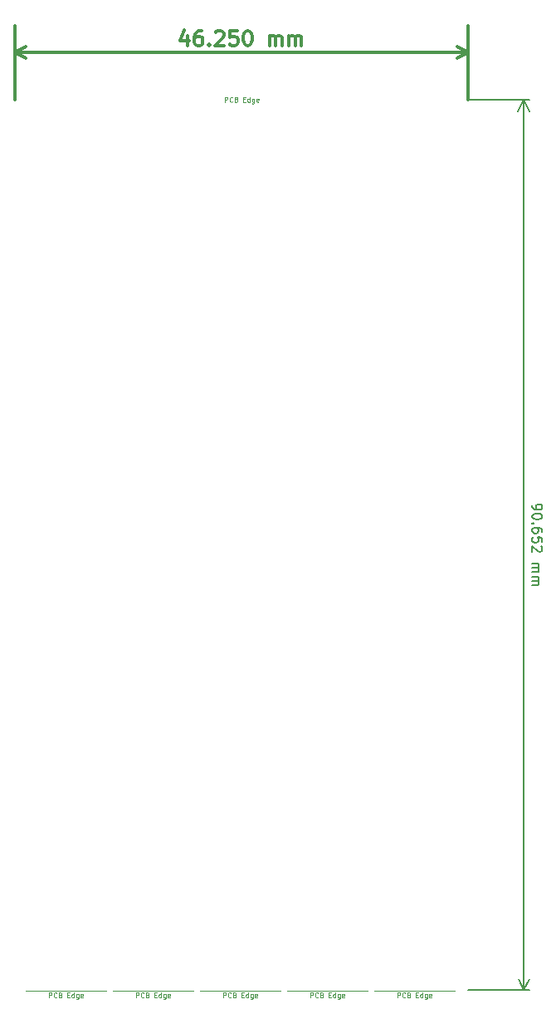
<source format=gbr>
%TF.GenerationSoftware,KiCad,Pcbnew,5.1.8*%
%TF.CreationDate,2020-12-04T12:35:24+08:00*%
%TF.ProjectId,msisdr,6d736973-6472-42e6-9b69-6361645f7063,rev?*%
%TF.SameCoordinates,Original*%
%TF.FileFunction,OtherDrawing,Comment*%
%FSLAX46Y46*%
G04 Gerber Fmt 4.6, Leading zero omitted, Abs format (unit mm)*
G04 Created by KiCad (PCBNEW 5.1.8) date 2020-12-04 12:35:24*
%MOMM*%
%LPD*%
G01*
G04 APERTURE LIST*
%ADD10C,0.150000*%
%ADD11C,0.300000*%
%ADD12C,0.100000*%
%ADD13C,0.080000*%
G04 APERTURE END LIST*
D10*
X165954284Y-84757423D02*
X165954317Y-84947899D01*
X166001952Y-85043129D01*
X166049579Y-85090740D01*
X166192453Y-85185954D01*
X166382937Y-85233540D01*
X166763889Y-85233475D01*
X166859119Y-85185840D01*
X166906730Y-85138213D01*
X166954333Y-85042966D01*
X166954301Y-84852490D01*
X166906665Y-84757260D01*
X166859038Y-84709649D01*
X166763792Y-84662046D01*
X166525697Y-84662087D01*
X166430467Y-84709722D01*
X166382856Y-84757350D01*
X166335253Y-84852596D01*
X166335286Y-85043072D01*
X166382921Y-85138302D01*
X166430548Y-85185913D01*
X166525794Y-85233516D01*
X166954471Y-85852490D02*
X166954488Y-85947728D01*
X166906885Y-86042974D01*
X166859274Y-86090602D01*
X166764044Y-86138237D01*
X166573576Y-86185888D01*
X166335481Y-86185929D01*
X166144996Y-86138343D01*
X166049750Y-86090740D01*
X166002123Y-86043129D01*
X165954488Y-85947899D01*
X165954471Y-85852661D01*
X166002074Y-85757415D01*
X166049685Y-85709787D01*
X166144915Y-85662152D01*
X166335383Y-85614501D01*
X166573478Y-85614460D01*
X166763963Y-85662046D01*
X166859209Y-85709649D01*
X166906836Y-85757260D01*
X166954471Y-85852490D01*
X166049840Y-86614549D02*
X166002229Y-86662177D01*
X165954602Y-86614566D01*
X166002212Y-86566938D01*
X166049840Y-86614549D01*
X165954602Y-86614566D01*
X166954756Y-87519157D02*
X166954723Y-87328681D01*
X166907088Y-87233451D01*
X166859461Y-87185840D01*
X166716588Y-87090626D01*
X166526103Y-87043039D01*
X166145151Y-87043104D01*
X166049921Y-87090740D01*
X166002310Y-87138367D01*
X165954707Y-87233613D01*
X165954740Y-87424089D01*
X166002375Y-87519319D01*
X166050002Y-87566930D01*
X166145248Y-87614533D01*
X166383344Y-87614492D01*
X166478574Y-87566857D01*
X166526185Y-87519230D01*
X166573787Y-87423984D01*
X166573755Y-87233507D01*
X166526120Y-87138278D01*
X166478492Y-87090667D01*
X166383246Y-87043064D01*
X166954927Y-88519157D02*
X166954845Y-88042966D01*
X166478647Y-87995429D01*
X166526274Y-88043039D01*
X166573909Y-88138269D01*
X166573950Y-88376365D01*
X166526347Y-88471611D01*
X166478736Y-88519238D01*
X166383506Y-88566873D01*
X166145411Y-88566914D01*
X166050165Y-88519311D01*
X166002538Y-88471700D01*
X165954902Y-88376470D01*
X165954862Y-88138375D01*
X166002464Y-88043129D01*
X166050075Y-87995502D01*
X166859762Y-88947744D02*
X166907389Y-88995355D01*
X166955024Y-89090585D01*
X166955065Y-89328681D01*
X166907462Y-89423927D01*
X166859851Y-89471554D01*
X166764621Y-89519189D01*
X166669383Y-89519205D01*
X166526518Y-89471611D01*
X165954992Y-88900280D01*
X165955098Y-89519327D01*
X165955301Y-90709804D02*
X166621967Y-90709690D01*
X166526729Y-90709706D02*
X166574357Y-90757317D01*
X166621992Y-90852547D01*
X166622016Y-90995404D01*
X166574413Y-91090650D01*
X166479184Y-91138286D01*
X165955374Y-91138375D01*
X166479184Y-91138286D02*
X166574430Y-91185888D01*
X166622065Y-91281118D01*
X166622089Y-91423975D01*
X166574487Y-91519222D01*
X166479257Y-91566857D01*
X165955447Y-91566946D01*
X165955528Y-92043137D02*
X166622195Y-92043023D01*
X166526957Y-92043039D02*
X166574584Y-92090650D01*
X166622220Y-92185880D01*
X166622244Y-92328737D01*
X166574641Y-92423984D01*
X166479411Y-92471619D01*
X165955602Y-92471708D01*
X166479411Y-92471619D02*
X166574657Y-92519222D01*
X166622293Y-92614452D01*
X166622317Y-92757309D01*
X166574714Y-92852555D01*
X166479484Y-92900190D01*
X165955675Y-92900280D01*
X165115097Y-134131347D02*
X165099617Y-43479027D01*
X159415480Y-134132320D02*
X165701518Y-134131247D01*
X159400000Y-43480000D02*
X165686038Y-43478927D01*
X165099617Y-43479027D02*
X165686230Y-44605431D01*
X165099617Y-43479027D02*
X164513389Y-44605631D01*
X165115097Y-134131347D02*
X165701325Y-133004743D01*
X165115097Y-134131347D02*
X164528484Y-133004943D01*
D11*
X130775000Y-36928571D02*
X130775000Y-37928571D01*
X130417857Y-36357142D02*
X130060714Y-37428571D01*
X130989285Y-37428571D01*
X132203571Y-36428571D02*
X131917857Y-36428571D01*
X131775000Y-36500000D01*
X131703571Y-36571428D01*
X131560714Y-36785714D01*
X131489285Y-37071428D01*
X131489285Y-37642857D01*
X131560714Y-37785714D01*
X131632142Y-37857142D01*
X131775000Y-37928571D01*
X132060714Y-37928571D01*
X132203571Y-37857142D01*
X132275000Y-37785714D01*
X132346428Y-37642857D01*
X132346428Y-37285714D01*
X132275000Y-37142857D01*
X132203571Y-37071428D01*
X132060714Y-37000000D01*
X131775000Y-37000000D01*
X131632142Y-37071428D01*
X131560714Y-37142857D01*
X131489285Y-37285714D01*
X132989285Y-37785714D02*
X133060714Y-37857142D01*
X132989285Y-37928571D01*
X132917857Y-37857142D01*
X132989285Y-37785714D01*
X132989285Y-37928571D01*
X133632142Y-36571428D02*
X133703571Y-36500000D01*
X133846428Y-36428571D01*
X134203571Y-36428571D01*
X134346428Y-36500000D01*
X134417857Y-36571428D01*
X134489285Y-36714285D01*
X134489285Y-36857142D01*
X134417857Y-37071428D01*
X133560714Y-37928571D01*
X134489285Y-37928571D01*
X135846428Y-36428571D02*
X135132142Y-36428571D01*
X135060714Y-37142857D01*
X135132142Y-37071428D01*
X135275000Y-37000000D01*
X135632142Y-37000000D01*
X135775000Y-37071428D01*
X135846428Y-37142857D01*
X135917857Y-37285714D01*
X135917857Y-37642857D01*
X135846428Y-37785714D01*
X135775000Y-37857142D01*
X135632142Y-37928571D01*
X135275000Y-37928571D01*
X135132142Y-37857142D01*
X135060714Y-37785714D01*
X136846428Y-36428571D02*
X136989285Y-36428571D01*
X137132142Y-36500000D01*
X137203571Y-36571428D01*
X137275000Y-36714285D01*
X137346428Y-37000000D01*
X137346428Y-37357142D01*
X137275000Y-37642857D01*
X137203571Y-37785714D01*
X137132142Y-37857142D01*
X136989285Y-37928571D01*
X136846428Y-37928571D01*
X136703571Y-37857142D01*
X136632142Y-37785714D01*
X136560714Y-37642857D01*
X136489285Y-37357142D01*
X136489285Y-37000000D01*
X136560714Y-36714285D01*
X136632142Y-36571428D01*
X136703571Y-36500000D01*
X136846428Y-36428571D01*
X139132142Y-37928571D02*
X139132142Y-36928571D01*
X139132142Y-37071428D02*
X139203571Y-37000000D01*
X139346428Y-36928571D01*
X139560714Y-36928571D01*
X139703571Y-37000000D01*
X139775000Y-37142857D01*
X139775000Y-37928571D01*
X139775000Y-37142857D02*
X139846428Y-37000000D01*
X139989285Y-36928571D01*
X140203571Y-36928571D01*
X140346428Y-37000000D01*
X140417857Y-37142857D01*
X140417857Y-37928571D01*
X141132142Y-37928571D02*
X141132142Y-36928571D01*
X141132142Y-37071428D02*
X141203571Y-37000000D01*
X141346428Y-36928571D01*
X141560714Y-36928571D01*
X141703571Y-37000000D01*
X141775000Y-37142857D01*
X141775000Y-37928571D01*
X141775000Y-37142857D02*
X141846428Y-37000000D01*
X141989285Y-36928571D01*
X142203571Y-36928571D01*
X142346428Y-37000000D01*
X142417857Y-37142857D01*
X142417857Y-37928571D01*
X113150000Y-38600000D02*
X159400000Y-38600000D01*
X113150000Y-43480000D02*
X113150000Y-35900000D01*
X159400000Y-43480000D02*
X159400000Y-35900000D01*
X159400000Y-38600000D02*
X158273496Y-39186421D01*
X159400000Y-38600000D02*
X158273496Y-38013579D01*
X113150000Y-38600000D02*
X114276504Y-39186421D01*
X113150000Y-38600000D02*
X114276504Y-38013579D01*
D12*
%TO.C,J10*%
X158024000Y-134180000D02*
X149824000Y-134180000D01*
%TO.C,J8*%
X122464000Y-134180000D02*
X114264000Y-134180000D01*
%TO.C,J9*%
X140244000Y-134180000D02*
X132044000Y-134180000D01*
%TO.C,J7*%
X149134000Y-134180000D02*
X140934000Y-134180000D01*
%TO.C,J6*%
X131354000Y-134180000D02*
X123154000Y-134180000D01*
%TD*%
%TO.C,J10*%
X152209714Y-134906190D02*
X152209714Y-134406190D01*
X152400190Y-134406190D01*
X152447809Y-134430000D01*
X152471619Y-134453809D01*
X152495428Y-134501428D01*
X152495428Y-134572857D01*
X152471619Y-134620476D01*
X152447809Y-134644285D01*
X152400190Y-134668095D01*
X152209714Y-134668095D01*
X152995428Y-134858571D02*
X152971619Y-134882380D01*
X152900190Y-134906190D01*
X152852571Y-134906190D01*
X152781142Y-134882380D01*
X152733523Y-134834761D01*
X152709714Y-134787142D01*
X152685904Y-134691904D01*
X152685904Y-134620476D01*
X152709714Y-134525238D01*
X152733523Y-134477619D01*
X152781142Y-134430000D01*
X152852571Y-134406190D01*
X152900190Y-134406190D01*
X152971619Y-134430000D01*
X152995428Y-134453809D01*
X153376380Y-134644285D02*
X153447809Y-134668095D01*
X153471619Y-134691904D01*
X153495428Y-134739523D01*
X153495428Y-134810952D01*
X153471619Y-134858571D01*
X153447809Y-134882380D01*
X153400190Y-134906190D01*
X153209714Y-134906190D01*
X153209714Y-134406190D01*
X153376380Y-134406190D01*
X153424000Y-134430000D01*
X153447809Y-134453809D01*
X153471619Y-134501428D01*
X153471619Y-134549047D01*
X153447809Y-134596666D01*
X153424000Y-134620476D01*
X153376380Y-134644285D01*
X153209714Y-134644285D01*
X154090666Y-134644285D02*
X154257333Y-134644285D01*
X154328761Y-134906190D02*
X154090666Y-134906190D01*
X154090666Y-134406190D01*
X154328761Y-134406190D01*
X154757333Y-134906190D02*
X154757333Y-134406190D01*
X154757333Y-134882380D02*
X154709714Y-134906190D01*
X154614476Y-134906190D01*
X154566857Y-134882380D01*
X154543047Y-134858571D01*
X154519238Y-134810952D01*
X154519238Y-134668095D01*
X154543047Y-134620476D01*
X154566857Y-134596666D01*
X154614476Y-134572857D01*
X154709714Y-134572857D01*
X154757333Y-134596666D01*
X155209714Y-134572857D02*
X155209714Y-134977619D01*
X155185904Y-135025238D01*
X155162095Y-135049047D01*
X155114476Y-135072857D01*
X155043047Y-135072857D01*
X154995428Y-135049047D01*
X155209714Y-134882380D02*
X155162095Y-134906190D01*
X155066857Y-134906190D01*
X155019238Y-134882380D01*
X154995428Y-134858571D01*
X154971619Y-134810952D01*
X154971619Y-134668095D01*
X154995428Y-134620476D01*
X155019238Y-134596666D01*
X155066857Y-134572857D01*
X155162095Y-134572857D01*
X155209714Y-134596666D01*
X155638285Y-134882380D02*
X155590666Y-134906190D01*
X155495428Y-134906190D01*
X155447809Y-134882380D01*
X155424000Y-134834761D01*
X155424000Y-134644285D01*
X155447809Y-134596666D01*
X155495428Y-134572857D01*
X155590666Y-134572857D01*
X155638285Y-134596666D01*
X155662095Y-134644285D01*
X155662095Y-134691904D01*
X155424000Y-134739523D01*
%TO.C,J8*%
X116649714Y-134906190D02*
X116649714Y-134406190D01*
X116840190Y-134406190D01*
X116887809Y-134430000D01*
X116911619Y-134453809D01*
X116935428Y-134501428D01*
X116935428Y-134572857D01*
X116911619Y-134620476D01*
X116887809Y-134644285D01*
X116840190Y-134668095D01*
X116649714Y-134668095D01*
X117435428Y-134858571D02*
X117411619Y-134882380D01*
X117340190Y-134906190D01*
X117292571Y-134906190D01*
X117221142Y-134882380D01*
X117173523Y-134834761D01*
X117149714Y-134787142D01*
X117125904Y-134691904D01*
X117125904Y-134620476D01*
X117149714Y-134525238D01*
X117173523Y-134477619D01*
X117221142Y-134430000D01*
X117292571Y-134406190D01*
X117340190Y-134406190D01*
X117411619Y-134430000D01*
X117435428Y-134453809D01*
X117816380Y-134644285D02*
X117887809Y-134668095D01*
X117911619Y-134691904D01*
X117935428Y-134739523D01*
X117935428Y-134810952D01*
X117911619Y-134858571D01*
X117887809Y-134882380D01*
X117840190Y-134906190D01*
X117649714Y-134906190D01*
X117649714Y-134406190D01*
X117816380Y-134406190D01*
X117864000Y-134430000D01*
X117887809Y-134453809D01*
X117911619Y-134501428D01*
X117911619Y-134549047D01*
X117887809Y-134596666D01*
X117864000Y-134620476D01*
X117816380Y-134644285D01*
X117649714Y-134644285D01*
X118530666Y-134644285D02*
X118697333Y-134644285D01*
X118768761Y-134906190D02*
X118530666Y-134906190D01*
X118530666Y-134406190D01*
X118768761Y-134406190D01*
X119197333Y-134906190D02*
X119197333Y-134406190D01*
X119197333Y-134882380D02*
X119149714Y-134906190D01*
X119054476Y-134906190D01*
X119006857Y-134882380D01*
X118983047Y-134858571D01*
X118959238Y-134810952D01*
X118959238Y-134668095D01*
X118983047Y-134620476D01*
X119006857Y-134596666D01*
X119054476Y-134572857D01*
X119149714Y-134572857D01*
X119197333Y-134596666D01*
X119649714Y-134572857D02*
X119649714Y-134977619D01*
X119625904Y-135025238D01*
X119602095Y-135049047D01*
X119554476Y-135072857D01*
X119483047Y-135072857D01*
X119435428Y-135049047D01*
X119649714Y-134882380D02*
X119602095Y-134906190D01*
X119506857Y-134906190D01*
X119459238Y-134882380D01*
X119435428Y-134858571D01*
X119411619Y-134810952D01*
X119411619Y-134668095D01*
X119435428Y-134620476D01*
X119459238Y-134596666D01*
X119506857Y-134572857D01*
X119602095Y-134572857D01*
X119649714Y-134596666D01*
X120078285Y-134882380D02*
X120030666Y-134906190D01*
X119935428Y-134906190D01*
X119887809Y-134882380D01*
X119864000Y-134834761D01*
X119864000Y-134644285D01*
X119887809Y-134596666D01*
X119935428Y-134572857D01*
X120030666Y-134572857D01*
X120078285Y-134596666D01*
X120102095Y-134644285D01*
X120102095Y-134691904D01*
X119864000Y-134739523D01*
%TO.C,J11*%
D13*
X134585714Y-43676190D02*
X134585714Y-43176190D01*
X134776190Y-43176190D01*
X134823809Y-43200000D01*
X134847619Y-43223809D01*
X134871428Y-43271428D01*
X134871428Y-43342857D01*
X134847619Y-43390476D01*
X134823809Y-43414285D01*
X134776190Y-43438095D01*
X134585714Y-43438095D01*
X135371428Y-43628571D02*
X135347619Y-43652380D01*
X135276190Y-43676190D01*
X135228571Y-43676190D01*
X135157142Y-43652380D01*
X135109523Y-43604761D01*
X135085714Y-43557142D01*
X135061904Y-43461904D01*
X135061904Y-43390476D01*
X135085714Y-43295238D01*
X135109523Y-43247619D01*
X135157142Y-43200000D01*
X135228571Y-43176190D01*
X135276190Y-43176190D01*
X135347619Y-43200000D01*
X135371428Y-43223809D01*
X135752380Y-43414285D02*
X135823809Y-43438095D01*
X135847619Y-43461904D01*
X135871428Y-43509523D01*
X135871428Y-43580952D01*
X135847619Y-43628571D01*
X135823809Y-43652380D01*
X135776190Y-43676190D01*
X135585714Y-43676190D01*
X135585714Y-43176190D01*
X135752380Y-43176190D01*
X135800000Y-43200000D01*
X135823809Y-43223809D01*
X135847619Y-43271428D01*
X135847619Y-43319047D01*
X135823809Y-43366666D01*
X135800000Y-43390476D01*
X135752380Y-43414285D01*
X135585714Y-43414285D01*
X136466666Y-43414285D02*
X136633333Y-43414285D01*
X136704761Y-43676190D02*
X136466666Y-43676190D01*
X136466666Y-43176190D01*
X136704761Y-43176190D01*
X137133333Y-43676190D02*
X137133333Y-43176190D01*
X137133333Y-43652380D02*
X137085714Y-43676190D01*
X136990476Y-43676190D01*
X136942857Y-43652380D01*
X136919047Y-43628571D01*
X136895238Y-43580952D01*
X136895238Y-43438095D01*
X136919047Y-43390476D01*
X136942857Y-43366666D01*
X136990476Y-43342857D01*
X137085714Y-43342857D01*
X137133333Y-43366666D01*
X137585714Y-43342857D02*
X137585714Y-43747619D01*
X137561904Y-43795238D01*
X137538095Y-43819047D01*
X137490476Y-43842857D01*
X137419047Y-43842857D01*
X137371428Y-43819047D01*
X137585714Y-43652380D02*
X137538095Y-43676190D01*
X137442857Y-43676190D01*
X137395238Y-43652380D01*
X137371428Y-43628571D01*
X137347619Y-43580952D01*
X137347619Y-43438095D01*
X137371428Y-43390476D01*
X137395238Y-43366666D01*
X137442857Y-43342857D01*
X137538095Y-43342857D01*
X137585714Y-43366666D01*
X138014285Y-43652380D02*
X137966666Y-43676190D01*
X137871428Y-43676190D01*
X137823809Y-43652380D01*
X137800000Y-43604761D01*
X137800000Y-43414285D01*
X137823809Y-43366666D01*
X137871428Y-43342857D01*
X137966666Y-43342857D01*
X138014285Y-43366666D01*
X138038095Y-43414285D01*
X138038095Y-43461904D01*
X137800000Y-43509523D01*
%TO.C,J9*%
D12*
X134429714Y-134906190D02*
X134429714Y-134406190D01*
X134620190Y-134406190D01*
X134667809Y-134430000D01*
X134691619Y-134453809D01*
X134715428Y-134501428D01*
X134715428Y-134572857D01*
X134691619Y-134620476D01*
X134667809Y-134644285D01*
X134620190Y-134668095D01*
X134429714Y-134668095D01*
X135215428Y-134858571D02*
X135191619Y-134882380D01*
X135120190Y-134906190D01*
X135072571Y-134906190D01*
X135001142Y-134882380D01*
X134953523Y-134834761D01*
X134929714Y-134787142D01*
X134905904Y-134691904D01*
X134905904Y-134620476D01*
X134929714Y-134525238D01*
X134953523Y-134477619D01*
X135001142Y-134430000D01*
X135072571Y-134406190D01*
X135120190Y-134406190D01*
X135191619Y-134430000D01*
X135215428Y-134453809D01*
X135596380Y-134644285D02*
X135667809Y-134668095D01*
X135691619Y-134691904D01*
X135715428Y-134739523D01*
X135715428Y-134810952D01*
X135691619Y-134858571D01*
X135667809Y-134882380D01*
X135620190Y-134906190D01*
X135429714Y-134906190D01*
X135429714Y-134406190D01*
X135596380Y-134406190D01*
X135644000Y-134430000D01*
X135667809Y-134453809D01*
X135691619Y-134501428D01*
X135691619Y-134549047D01*
X135667809Y-134596666D01*
X135644000Y-134620476D01*
X135596380Y-134644285D01*
X135429714Y-134644285D01*
X136310666Y-134644285D02*
X136477333Y-134644285D01*
X136548761Y-134906190D02*
X136310666Y-134906190D01*
X136310666Y-134406190D01*
X136548761Y-134406190D01*
X136977333Y-134906190D02*
X136977333Y-134406190D01*
X136977333Y-134882380D02*
X136929714Y-134906190D01*
X136834476Y-134906190D01*
X136786857Y-134882380D01*
X136763047Y-134858571D01*
X136739238Y-134810952D01*
X136739238Y-134668095D01*
X136763047Y-134620476D01*
X136786857Y-134596666D01*
X136834476Y-134572857D01*
X136929714Y-134572857D01*
X136977333Y-134596666D01*
X137429714Y-134572857D02*
X137429714Y-134977619D01*
X137405904Y-135025238D01*
X137382095Y-135049047D01*
X137334476Y-135072857D01*
X137263047Y-135072857D01*
X137215428Y-135049047D01*
X137429714Y-134882380D02*
X137382095Y-134906190D01*
X137286857Y-134906190D01*
X137239238Y-134882380D01*
X137215428Y-134858571D01*
X137191619Y-134810952D01*
X137191619Y-134668095D01*
X137215428Y-134620476D01*
X137239238Y-134596666D01*
X137286857Y-134572857D01*
X137382095Y-134572857D01*
X137429714Y-134596666D01*
X137858285Y-134882380D02*
X137810666Y-134906190D01*
X137715428Y-134906190D01*
X137667809Y-134882380D01*
X137644000Y-134834761D01*
X137644000Y-134644285D01*
X137667809Y-134596666D01*
X137715428Y-134572857D01*
X137810666Y-134572857D01*
X137858285Y-134596666D01*
X137882095Y-134644285D01*
X137882095Y-134691904D01*
X137644000Y-134739523D01*
%TO.C,J7*%
X143319714Y-134906190D02*
X143319714Y-134406190D01*
X143510190Y-134406190D01*
X143557809Y-134430000D01*
X143581619Y-134453809D01*
X143605428Y-134501428D01*
X143605428Y-134572857D01*
X143581619Y-134620476D01*
X143557809Y-134644285D01*
X143510190Y-134668095D01*
X143319714Y-134668095D01*
X144105428Y-134858571D02*
X144081619Y-134882380D01*
X144010190Y-134906190D01*
X143962571Y-134906190D01*
X143891142Y-134882380D01*
X143843523Y-134834761D01*
X143819714Y-134787142D01*
X143795904Y-134691904D01*
X143795904Y-134620476D01*
X143819714Y-134525238D01*
X143843523Y-134477619D01*
X143891142Y-134430000D01*
X143962571Y-134406190D01*
X144010190Y-134406190D01*
X144081619Y-134430000D01*
X144105428Y-134453809D01*
X144486380Y-134644285D02*
X144557809Y-134668095D01*
X144581619Y-134691904D01*
X144605428Y-134739523D01*
X144605428Y-134810952D01*
X144581619Y-134858571D01*
X144557809Y-134882380D01*
X144510190Y-134906190D01*
X144319714Y-134906190D01*
X144319714Y-134406190D01*
X144486380Y-134406190D01*
X144534000Y-134430000D01*
X144557809Y-134453809D01*
X144581619Y-134501428D01*
X144581619Y-134549047D01*
X144557809Y-134596666D01*
X144534000Y-134620476D01*
X144486380Y-134644285D01*
X144319714Y-134644285D01*
X145200666Y-134644285D02*
X145367333Y-134644285D01*
X145438761Y-134906190D02*
X145200666Y-134906190D01*
X145200666Y-134406190D01*
X145438761Y-134406190D01*
X145867333Y-134906190D02*
X145867333Y-134406190D01*
X145867333Y-134882380D02*
X145819714Y-134906190D01*
X145724476Y-134906190D01*
X145676857Y-134882380D01*
X145653047Y-134858571D01*
X145629238Y-134810952D01*
X145629238Y-134668095D01*
X145653047Y-134620476D01*
X145676857Y-134596666D01*
X145724476Y-134572857D01*
X145819714Y-134572857D01*
X145867333Y-134596666D01*
X146319714Y-134572857D02*
X146319714Y-134977619D01*
X146295904Y-135025238D01*
X146272095Y-135049047D01*
X146224476Y-135072857D01*
X146153047Y-135072857D01*
X146105428Y-135049047D01*
X146319714Y-134882380D02*
X146272095Y-134906190D01*
X146176857Y-134906190D01*
X146129238Y-134882380D01*
X146105428Y-134858571D01*
X146081619Y-134810952D01*
X146081619Y-134668095D01*
X146105428Y-134620476D01*
X146129238Y-134596666D01*
X146176857Y-134572857D01*
X146272095Y-134572857D01*
X146319714Y-134596666D01*
X146748285Y-134882380D02*
X146700666Y-134906190D01*
X146605428Y-134906190D01*
X146557809Y-134882380D01*
X146534000Y-134834761D01*
X146534000Y-134644285D01*
X146557809Y-134596666D01*
X146605428Y-134572857D01*
X146700666Y-134572857D01*
X146748285Y-134596666D01*
X146772095Y-134644285D01*
X146772095Y-134691904D01*
X146534000Y-134739523D01*
%TO.C,J6*%
X125539714Y-134906190D02*
X125539714Y-134406190D01*
X125730190Y-134406190D01*
X125777809Y-134430000D01*
X125801619Y-134453809D01*
X125825428Y-134501428D01*
X125825428Y-134572857D01*
X125801619Y-134620476D01*
X125777809Y-134644285D01*
X125730190Y-134668095D01*
X125539714Y-134668095D01*
X126325428Y-134858571D02*
X126301619Y-134882380D01*
X126230190Y-134906190D01*
X126182571Y-134906190D01*
X126111142Y-134882380D01*
X126063523Y-134834761D01*
X126039714Y-134787142D01*
X126015904Y-134691904D01*
X126015904Y-134620476D01*
X126039714Y-134525238D01*
X126063523Y-134477619D01*
X126111142Y-134430000D01*
X126182571Y-134406190D01*
X126230190Y-134406190D01*
X126301619Y-134430000D01*
X126325428Y-134453809D01*
X126706380Y-134644285D02*
X126777809Y-134668095D01*
X126801619Y-134691904D01*
X126825428Y-134739523D01*
X126825428Y-134810952D01*
X126801619Y-134858571D01*
X126777809Y-134882380D01*
X126730190Y-134906190D01*
X126539714Y-134906190D01*
X126539714Y-134406190D01*
X126706380Y-134406190D01*
X126754000Y-134430000D01*
X126777809Y-134453809D01*
X126801619Y-134501428D01*
X126801619Y-134549047D01*
X126777809Y-134596666D01*
X126754000Y-134620476D01*
X126706380Y-134644285D01*
X126539714Y-134644285D01*
X127420666Y-134644285D02*
X127587333Y-134644285D01*
X127658761Y-134906190D02*
X127420666Y-134906190D01*
X127420666Y-134406190D01*
X127658761Y-134406190D01*
X128087333Y-134906190D02*
X128087333Y-134406190D01*
X128087333Y-134882380D02*
X128039714Y-134906190D01*
X127944476Y-134906190D01*
X127896857Y-134882380D01*
X127873047Y-134858571D01*
X127849238Y-134810952D01*
X127849238Y-134668095D01*
X127873047Y-134620476D01*
X127896857Y-134596666D01*
X127944476Y-134572857D01*
X128039714Y-134572857D01*
X128087333Y-134596666D01*
X128539714Y-134572857D02*
X128539714Y-134977619D01*
X128515904Y-135025238D01*
X128492095Y-135049047D01*
X128444476Y-135072857D01*
X128373047Y-135072857D01*
X128325428Y-135049047D01*
X128539714Y-134882380D02*
X128492095Y-134906190D01*
X128396857Y-134906190D01*
X128349238Y-134882380D01*
X128325428Y-134858571D01*
X128301619Y-134810952D01*
X128301619Y-134668095D01*
X128325428Y-134620476D01*
X128349238Y-134596666D01*
X128396857Y-134572857D01*
X128492095Y-134572857D01*
X128539714Y-134596666D01*
X128968285Y-134882380D02*
X128920666Y-134906190D01*
X128825428Y-134906190D01*
X128777809Y-134882380D01*
X128754000Y-134834761D01*
X128754000Y-134644285D01*
X128777809Y-134596666D01*
X128825428Y-134572857D01*
X128920666Y-134572857D01*
X128968285Y-134596666D01*
X128992095Y-134644285D01*
X128992095Y-134691904D01*
X128754000Y-134739523D01*
%TD*%
M02*

</source>
